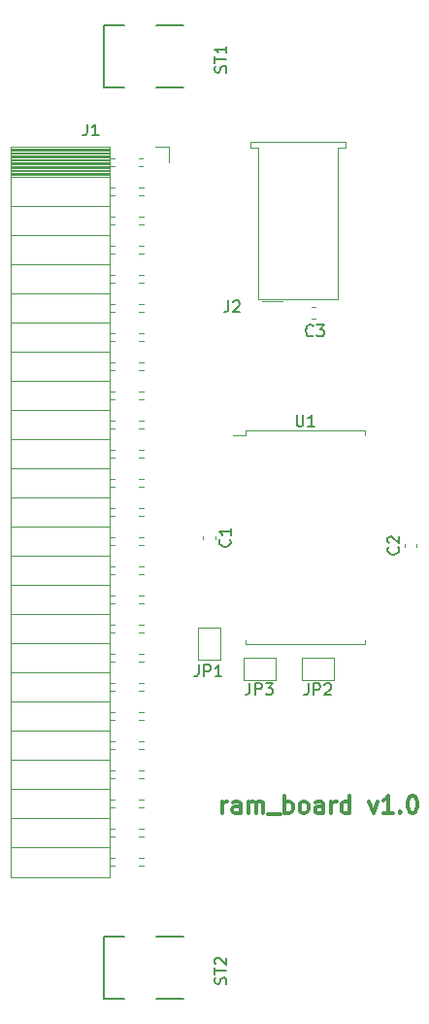
<source format=gbr>
%TF.GenerationSoftware,KiCad,Pcbnew,6.0.1+dfsg-1*%
%TF.CreationDate,2022-03-06T17:25:59+02:00*%
%TF.ProjectId,ram_board,72616d5f-626f-4617-9264-2e6b69636164,rev?*%
%TF.SameCoordinates,Original*%
%TF.FileFunction,Legend,Top*%
%TF.FilePolarity,Positive*%
%FSLAX46Y46*%
G04 Gerber Fmt 4.6, Leading zero omitted, Abs format (unit mm)*
G04 Created by KiCad (PCBNEW 6.0.1+dfsg-1) date 2022-03-06 17:25:59*
%MOMM*%
%LPD*%
G01*
G04 APERTURE LIST*
%ADD10C,0.300000*%
%ADD11C,0.150000*%
%ADD12C,0.120000*%
G04 APERTURE END LIST*
D10*
X55255714Y-83968571D02*
X55255714Y-82968571D01*
X55255714Y-83254285D02*
X55327142Y-83111428D01*
X55398571Y-83040000D01*
X55541428Y-82968571D01*
X55684285Y-82968571D01*
X56827142Y-83968571D02*
X56827142Y-83182857D01*
X56755714Y-83040000D01*
X56612857Y-82968571D01*
X56327142Y-82968571D01*
X56184285Y-83040000D01*
X56827142Y-83897142D02*
X56684285Y-83968571D01*
X56327142Y-83968571D01*
X56184285Y-83897142D01*
X56112857Y-83754285D01*
X56112857Y-83611428D01*
X56184285Y-83468571D01*
X56327142Y-83397142D01*
X56684285Y-83397142D01*
X56827142Y-83325714D01*
X57541428Y-83968571D02*
X57541428Y-82968571D01*
X57541428Y-83111428D02*
X57612857Y-83040000D01*
X57755714Y-82968571D01*
X57970000Y-82968571D01*
X58112857Y-83040000D01*
X58184285Y-83182857D01*
X58184285Y-83968571D01*
X58184285Y-83182857D02*
X58255714Y-83040000D01*
X58398571Y-82968571D01*
X58612857Y-82968571D01*
X58755714Y-83040000D01*
X58827142Y-83182857D01*
X58827142Y-83968571D01*
X59184285Y-84111428D02*
X60327142Y-84111428D01*
X60684285Y-83968571D02*
X60684285Y-82468571D01*
X60684285Y-83040000D02*
X60827142Y-82968571D01*
X61112857Y-82968571D01*
X61255714Y-83040000D01*
X61327142Y-83111428D01*
X61398571Y-83254285D01*
X61398571Y-83682857D01*
X61327142Y-83825714D01*
X61255714Y-83897142D01*
X61112857Y-83968571D01*
X60827142Y-83968571D01*
X60684285Y-83897142D01*
X62255714Y-83968571D02*
X62112857Y-83897142D01*
X62041428Y-83825714D01*
X61970000Y-83682857D01*
X61970000Y-83254285D01*
X62041428Y-83111428D01*
X62112857Y-83040000D01*
X62255714Y-82968571D01*
X62470000Y-82968571D01*
X62612857Y-83040000D01*
X62684285Y-83111428D01*
X62755714Y-83254285D01*
X62755714Y-83682857D01*
X62684285Y-83825714D01*
X62612857Y-83897142D01*
X62470000Y-83968571D01*
X62255714Y-83968571D01*
X64041428Y-83968571D02*
X64041428Y-83182857D01*
X63970000Y-83040000D01*
X63827142Y-82968571D01*
X63541428Y-82968571D01*
X63398571Y-83040000D01*
X64041428Y-83897142D02*
X63898571Y-83968571D01*
X63541428Y-83968571D01*
X63398571Y-83897142D01*
X63327142Y-83754285D01*
X63327142Y-83611428D01*
X63398571Y-83468571D01*
X63541428Y-83397142D01*
X63898571Y-83397142D01*
X64041428Y-83325714D01*
X64755714Y-83968571D02*
X64755714Y-82968571D01*
X64755714Y-83254285D02*
X64827142Y-83111428D01*
X64898571Y-83040000D01*
X65041428Y-82968571D01*
X65184285Y-82968571D01*
X66327142Y-83968571D02*
X66327142Y-82468571D01*
X66327142Y-83897142D02*
X66184285Y-83968571D01*
X65898571Y-83968571D01*
X65755714Y-83897142D01*
X65684285Y-83825714D01*
X65612857Y-83682857D01*
X65612857Y-83254285D01*
X65684285Y-83111428D01*
X65755714Y-83040000D01*
X65898571Y-82968571D01*
X66184285Y-82968571D01*
X66327142Y-83040000D01*
X68041428Y-82968571D02*
X68398571Y-83968571D01*
X68755714Y-82968571D01*
X70112857Y-83968571D02*
X69255714Y-83968571D01*
X69684285Y-83968571D02*
X69684285Y-82468571D01*
X69541428Y-82682857D01*
X69398571Y-82825714D01*
X69255714Y-82897142D01*
X70755714Y-83825714D02*
X70827142Y-83897142D01*
X70755714Y-83968571D01*
X70684285Y-83897142D01*
X70755714Y-83825714D01*
X70755714Y-83968571D01*
X71755714Y-82468571D02*
X71898571Y-82468571D01*
X72041428Y-82540000D01*
X72112857Y-82611428D01*
X72184285Y-82754285D01*
X72255714Y-83040000D01*
X72255714Y-83397142D01*
X72184285Y-83682857D01*
X72112857Y-83825714D01*
X72041428Y-83897142D01*
X71898571Y-83968571D01*
X71755714Y-83968571D01*
X71612857Y-83897142D01*
X71541428Y-83825714D01*
X71470000Y-83682857D01*
X71398571Y-83397142D01*
X71398571Y-83040000D01*
X71470000Y-82754285D01*
X71541428Y-82611428D01*
X71612857Y-82540000D01*
X71755714Y-82468571D01*
D11*
%TO.C,U1*%
X61718095Y-49272380D02*
X61718095Y-50081904D01*
X61765714Y-50177142D01*
X61813333Y-50224761D01*
X61908571Y-50272380D01*
X62099047Y-50272380D01*
X62194285Y-50224761D01*
X62241904Y-50177142D01*
X62289523Y-50081904D01*
X62289523Y-49272380D01*
X63289523Y-50272380D02*
X62718095Y-50272380D01*
X63003809Y-50272380D02*
X63003809Y-49272380D01*
X62908571Y-49415238D01*
X62813333Y-49510476D01*
X62718095Y-49558095D01*
%TO.C,C3*%
X63153333Y-42347142D02*
X63105714Y-42394761D01*
X62962857Y-42442380D01*
X62867619Y-42442380D01*
X62724761Y-42394761D01*
X62629523Y-42299523D01*
X62581904Y-42204285D01*
X62534285Y-42013809D01*
X62534285Y-41870952D01*
X62581904Y-41680476D01*
X62629523Y-41585238D01*
X62724761Y-41490000D01*
X62867619Y-41442380D01*
X62962857Y-41442380D01*
X63105714Y-41490000D01*
X63153333Y-41537619D01*
X63486666Y-41442380D02*
X64105714Y-41442380D01*
X63772380Y-41823333D01*
X63915238Y-41823333D01*
X64010476Y-41870952D01*
X64058095Y-41918571D01*
X64105714Y-42013809D01*
X64105714Y-42251904D01*
X64058095Y-42347142D01*
X64010476Y-42394761D01*
X63915238Y-42442380D01*
X63629523Y-42442380D01*
X63534285Y-42394761D01*
X63486666Y-42347142D01*
%TO.C,C2*%
X70567142Y-60806666D02*
X70614761Y-60854285D01*
X70662380Y-60997142D01*
X70662380Y-61092380D01*
X70614761Y-61235238D01*
X70519523Y-61330476D01*
X70424285Y-61378095D01*
X70233809Y-61425714D01*
X70090952Y-61425714D01*
X69900476Y-61378095D01*
X69805238Y-61330476D01*
X69710000Y-61235238D01*
X69662380Y-61092380D01*
X69662380Y-60997142D01*
X69710000Y-60854285D01*
X69757619Y-60806666D01*
X69757619Y-60425714D02*
X69710000Y-60378095D01*
X69662380Y-60282857D01*
X69662380Y-60044761D01*
X69710000Y-59949523D01*
X69757619Y-59901904D01*
X69852857Y-59854285D01*
X69948095Y-59854285D01*
X70090952Y-59901904D01*
X70662380Y-60473333D01*
X70662380Y-59854285D01*
%TO.C,J2*%
X55746666Y-39322380D02*
X55746666Y-40036666D01*
X55699047Y-40179523D01*
X55603809Y-40274761D01*
X55460952Y-40322380D01*
X55365714Y-40322380D01*
X56175238Y-39417619D02*
X56222857Y-39370000D01*
X56318095Y-39322380D01*
X56556190Y-39322380D01*
X56651428Y-39370000D01*
X56699047Y-39417619D01*
X56746666Y-39512857D01*
X56746666Y-39608095D01*
X56699047Y-39750952D01*
X56127619Y-40322380D01*
X56746666Y-40322380D01*
%TO.C,ST2*%
X55530241Y-98864797D02*
X55577860Y-98721940D01*
X55577860Y-98483844D01*
X55530241Y-98388606D01*
X55482622Y-98340987D01*
X55387384Y-98293368D01*
X55292146Y-98293368D01*
X55196908Y-98340987D01*
X55149289Y-98388606D01*
X55101670Y-98483844D01*
X55054051Y-98674320D01*
X55006432Y-98769559D01*
X54958813Y-98817178D01*
X54863575Y-98864797D01*
X54768337Y-98864797D01*
X54673099Y-98817178D01*
X54625480Y-98769559D01*
X54577860Y-98674320D01*
X54577860Y-98436225D01*
X54625480Y-98293368D01*
X54577860Y-98007654D02*
X54577860Y-97436225D01*
X55577860Y-97721940D02*
X54577860Y-97721940D01*
X54673099Y-97150511D02*
X54625480Y-97102892D01*
X54577860Y-97007654D01*
X54577860Y-96769559D01*
X54625480Y-96674320D01*
X54673099Y-96626701D01*
X54768337Y-96579082D01*
X54863575Y-96579082D01*
X55006432Y-96626701D01*
X55577860Y-97198130D01*
X55577860Y-96579082D01*
%TO.C,JP1*%
X53186666Y-71062380D02*
X53186666Y-71776666D01*
X53139047Y-71919523D01*
X53043809Y-72014761D01*
X52900952Y-72062380D01*
X52805714Y-72062380D01*
X53662857Y-72062380D02*
X53662857Y-71062380D01*
X54043809Y-71062380D01*
X54139047Y-71110000D01*
X54186666Y-71157619D01*
X54234285Y-71252857D01*
X54234285Y-71395714D01*
X54186666Y-71490952D01*
X54139047Y-71538571D01*
X54043809Y-71586190D01*
X53662857Y-71586190D01*
X55186666Y-72062380D02*
X54615238Y-72062380D01*
X54900952Y-72062380D02*
X54900952Y-71062380D01*
X54805714Y-71205238D01*
X54710476Y-71300476D01*
X54615238Y-71348095D01*
%TO.C,JP3*%
X57626666Y-72662380D02*
X57626666Y-73376666D01*
X57579047Y-73519523D01*
X57483809Y-73614761D01*
X57340952Y-73662380D01*
X57245714Y-73662380D01*
X58102857Y-73662380D02*
X58102857Y-72662380D01*
X58483809Y-72662380D01*
X58579047Y-72710000D01*
X58626666Y-72757619D01*
X58674285Y-72852857D01*
X58674285Y-72995714D01*
X58626666Y-73090952D01*
X58579047Y-73138571D01*
X58483809Y-73186190D01*
X58102857Y-73186190D01*
X59007619Y-72662380D02*
X59626666Y-72662380D01*
X59293333Y-73043333D01*
X59436190Y-73043333D01*
X59531428Y-73090952D01*
X59579047Y-73138571D01*
X59626666Y-73233809D01*
X59626666Y-73471904D01*
X59579047Y-73567142D01*
X59531428Y-73614761D01*
X59436190Y-73662380D01*
X59150476Y-73662380D01*
X59055238Y-73614761D01*
X59007619Y-73567142D01*
%TO.C,J1*%
X43442456Y-23931090D02*
X43442456Y-24645376D01*
X43394837Y-24788233D01*
X43299599Y-24883471D01*
X43156742Y-24931090D01*
X43061504Y-24931090D01*
X44442456Y-24931090D02*
X43871028Y-24931090D01*
X44156742Y-24931090D02*
X44156742Y-23931090D01*
X44061504Y-24073948D01*
X43966266Y-24169186D01*
X43871028Y-24216805D01*
%TO.C,JP2*%
X62726666Y-72682380D02*
X62726666Y-73396666D01*
X62679047Y-73539523D01*
X62583809Y-73634761D01*
X62440952Y-73682380D01*
X62345714Y-73682380D01*
X63202857Y-73682380D02*
X63202857Y-72682380D01*
X63583809Y-72682380D01*
X63679047Y-72730000D01*
X63726666Y-72777619D01*
X63774285Y-72872857D01*
X63774285Y-73015714D01*
X63726666Y-73110952D01*
X63679047Y-73158571D01*
X63583809Y-73206190D01*
X63202857Y-73206190D01*
X64155238Y-72777619D02*
X64202857Y-72730000D01*
X64298095Y-72682380D01*
X64536190Y-72682380D01*
X64631428Y-72730000D01*
X64679047Y-72777619D01*
X64726666Y-72872857D01*
X64726666Y-72968095D01*
X64679047Y-73110952D01*
X64107619Y-73682380D01*
X64726666Y-73682380D01*
%TO.C,ST1*%
X55530241Y-19444797D02*
X55577860Y-19301940D01*
X55577860Y-19063844D01*
X55530241Y-18968606D01*
X55482622Y-18920987D01*
X55387384Y-18873368D01*
X55292146Y-18873368D01*
X55196908Y-18920987D01*
X55149289Y-18968606D01*
X55101670Y-19063844D01*
X55054051Y-19254320D01*
X55006432Y-19349559D01*
X54958813Y-19397178D01*
X54863575Y-19444797D01*
X54768337Y-19444797D01*
X54673099Y-19397178D01*
X54625480Y-19349559D01*
X54577860Y-19254320D01*
X54577860Y-19016225D01*
X54625480Y-18873368D01*
X54577860Y-18587654D02*
X54577860Y-18016225D01*
X55577860Y-18301940D02*
X54577860Y-18301940D01*
X55577860Y-17159082D02*
X55577860Y-17730511D01*
X55577860Y-17444797D02*
X54577860Y-17444797D01*
X54720718Y-17540035D01*
X54815956Y-17635273D01*
X54863575Y-17730511D01*
%TO.C,C1*%
X55877142Y-60136666D02*
X55924761Y-60184285D01*
X55972380Y-60327142D01*
X55972380Y-60422380D01*
X55924761Y-60565238D01*
X55829523Y-60660476D01*
X55734285Y-60708095D01*
X55543809Y-60755714D01*
X55400952Y-60755714D01*
X55210476Y-60708095D01*
X55115238Y-60660476D01*
X55020000Y-60565238D01*
X54972380Y-60422380D01*
X54972380Y-60327142D01*
X55020000Y-60184285D01*
X55067619Y-60136666D01*
X55972380Y-59184285D02*
X55972380Y-59755714D01*
X55972380Y-59470000D02*
X54972380Y-59470000D01*
X55115238Y-59565238D01*
X55210476Y-59660476D01*
X55258095Y-59755714D01*
D12*
%TO.C,U1*%
X57290000Y-51045000D02*
X56130000Y-51045000D01*
X57290000Y-50665000D02*
X57290000Y-51045000D01*
X62480000Y-50665000D02*
X67670000Y-50665000D01*
X62480000Y-69295000D02*
X67670000Y-69295000D01*
X62480000Y-69295000D02*
X57290000Y-69295000D01*
X67670000Y-69295000D02*
X67670000Y-68915000D01*
X62480000Y-50665000D02*
X57290000Y-50665000D01*
X67670000Y-50665000D02*
X67670000Y-51045000D01*
X57290000Y-69295000D02*
X57290000Y-68915000D01*
%TO.C,C3*%
X63063733Y-39870000D02*
X63356267Y-39870000D01*
X63063733Y-40890000D02*
X63356267Y-40890000D01*
%TO.C,C2*%
X71130000Y-60786267D02*
X71130000Y-60493733D01*
X72150000Y-60786267D02*
X72150000Y-60493733D01*
%TO.C,J2*%
X57680000Y-26000000D02*
X58330000Y-26000000D01*
X60480000Y-39380000D02*
X58680000Y-39380000D01*
X65330000Y-26000000D02*
X65330000Y-39160000D01*
X65980000Y-26000000D02*
X65980000Y-25480000D01*
X65330000Y-39160000D02*
X58330000Y-39160000D01*
X58330000Y-39160000D02*
X58330000Y-26000000D01*
X65330000Y-26000000D02*
X65980000Y-26000000D01*
X65980000Y-25480000D02*
X57680000Y-25480000D01*
X57680000Y-25480000D02*
X57680000Y-26000000D01*
D11*
%TO.C,ST2*%
X44930000Y-94720000D02*
X44930000Y-100160000D01*
X44930000Y-100160000D02*
X46710000Y-100160000D01*
X51830000Y-100160000D02*
X49490000Y-100160000D01*
X51830000Y-94720000D02*
X49490000Y-94720000D01*
X46710000Y-94720000D02*
X44930000Y-94720000D01*
D12*
%TO.C,JP1*%
X53090000Y-70630000D02*
X53090000Y-67830000D01*
X53090000Y-67830000D02*
X55090000Y-67830000D01*
X55090000Y-67830000D02*
X55090000Y-70630000D01*
X55090000Y-70630000D02*
X53090000Y-70630000D01*
%TO.C,JP3*%
X57060000Y-70410000D02*
X59860000Y-70410000D01*
X59860000Y-72410000D02*
X57060000Y-72410000D01*
X59860000Y-70410000D02*
X59860000Y-72410000D01*
X57060000Y-72410000D02*
X57060000Y-70410000D01*
%TO.C,J1*%
X36795790Y-26629185D02*
X45425790Y-26629185D01*
X36795790Y-27219660D02*
X45425790Y-27219660D01*
X45425790Y-25918710D02*
X45425790Y-89538710D01*
X45425790Y-77688710D02*
X45835790Y-77688710D01*
X45425790Y-87848710D02*
X45835790Y-87848710D01*
X45425790Y-42128710D02*
X45835790Y-42128710D01*
X45425790Y-85308710D02*
X45835790Y-85308710D01*
X45425790Y-64988710D02*
X45835790Y-64988710D01*
X47935790Y-82768710D02*
X48375790Y-82768710D01*
X47935790Y-58088710D02*
X48375790Y-58088710D01*
X36795790Y-61538710D02*
X45425790Y-61538710D01*
X47935790Y-83488710D02*
X48375790Y-83488710D01*
X45425790Y-75148710D02*
X45835790Y-75148710D01*
X47935790Y-62448710D02*
X48375790Y-62448710D01*
X47935790Y-39588710D02*
X48375790Y-39588710D01*
X47935790Y-52288710D02*
X48375790Y-52288710D01*
X47935790Y-49748710D02*
X48375790Y-49748710D01*
X36795790Y-28400610D02*
X45425790Y-28400610D01*
X45425790Y-44668710D02*
X45835790Y-44668710D01*
X45425790Y-72608710D02*
X45835790Y-72608710D01*
X47935790Y-70788710D02*
X48375790Y-70788710D01*
X36795790Y-86938710D02*
X45425790Y-86938710D01*
X47935790Y-87848710D02*
X48375790Y-87848710D01*
X36795790Y-27692040D02*
X45425790Y-27692040D01*
X47935790Y-75148710D02*
X48375790Y-75148710D01*
X45425790Y-49748710D02*
X45835790Y-49748710D01*
X36795790Y-26747280D02*
X45425790Y-26747280D01*
X47935790Y-31968710D02*
X48375790Y-31968710D01*
X47935790Y-57368710D02*
X48375790Y-57368710D01*
X47935790Y-32688710D02*
X48375790Y-32688710D01*
X36795790Y-56458710D02*
X45425790Y-56458710D01*
X45425790Y-70068710D02*
X45835790Y-70068710D01*
X47935790Y-72608710D02*
X48375790Y-72608710D01*
X47935790Y-42128710D02*
X48375790Y-42128710D01*
X36795790Y-27337755D02*
X45425790Y-27337755D01*
X45425790Y-60628710D02*
X45835790Y-60628710D01*
X47935790Y-29428710D02*
X48375790Y-29428710D01*
X45425790Y-65708710D02*
X45835790Y-65708710D01*
X36795790Y-51378710D02*
X45425790Y-51378710D01*
X47935790Y-40308710D02*
X48375790Y-40308710D01*
X47935790Y-47928710D02*
X48375790Y-47928710D01*
X45425790Y-39588710D02*
X45835790Y-39588710D01*
X36795790Y-46298710D02*
X45425790Y-46298710D01*
X36795790Y-26865375D02*
X45425790Y-26865375D01*
X36795790Y-26038710D02*
X45425790Y-26038710D01*
X36795790Y-33598710D02*
X45425790Y-33598710D01*
X36795790Y-81858710D02*
X45425790Y-81858710D01*
X36795790Y-74238710D02*
X45425790Y-74238710D01*
X45425790Y-52288710D02*
X45835790Y-52288710D01*
X45425790Y-31968710D02*
X45835790Y-31968710D01*
X47935790Y-26888710D02*
X48315790Y-26888710D01*
X47935790Y-34508710D02*
X48375790Y-34508710D01*
X47935790Y-35228710D02*
X48375790Y-35228710D01*
X47935790Y-86028710D02*
X48375790Y-86028710D01*
X47935790Y-64988710D02*
X48375790Y-64988710D01*
X45425790Y-68248710D02*
X45835790Y-68248710D01*
X47935790Y-42848710D02*
X48375790Y-42848710D01*
X47935790Y-68248710D02*
X48375790Y-68248710D01*
X36795790Y-28282515D02*
X45425790Y-28282515D01*
X50535790Y-25918710D02*
X50535790Y-27248710D01*
X36795790Y-71698710D02*
X45425790Y-71698710D01*
X36795790Y-66618710D02*
X45425790Y-66618710D01*
X45425790Y-27608710D02*
X45835790Y-27608710D01*
X45425790Y-35228710D02*
X45835790Y-35228710D01*
X36795790Y-25918710D02*
X36795790Y-89538710D01*
X45425790Y-62448710D02*
X45835790Y-62448710D01*
X45425790Y-86028710D02*
X45835790Y-86028710D01*
X45425790Y-82768710D02*
X45835790Y-82768710D01*
X47935790Y-53008710D02*
X48375790Y-53008710D01*
X45425790Y-67528710D02*
X45835790Y-67528710D01*
X47935790Y-63168710D02*
X48375790Y-63168710D01*
X36795790Y-48838710D02*
X45425790Y-48838710D01*
X47935790Y-77688710D02*
X48375790Y-77688710D01*
X45425790Y-57368710D02*
X45835790Y-57368710D01*
X36795790Y-53918710D02*
X45425790Y-53918710D01*
X36795790Y-76778710D02*
X45425790Y-76778710D01*
X45425790Y-32688710D02*
X45835790Y-32688710D01*
X45425790Y-47928710D02*
X45835790Y-47928710D01*
X45425790Y-70788710D02*
X45835790Y-70788710D01*
X36795790Y-41218710D02*
X45425790Y-41218710D01*
X47935790Y-80948710D02*
X48375790Y-80948710D01*
X45425790Y-75868710D02*
X45835790Y-75868710D01*
X45425790Y-37768710D02*
X45835790Y-37768710D01*
X47935790Y-67528710D02*
X48375790Y-67528710D01*
X45425790Y-45388710D02*
X45835790Y-45388710D01*
X47935790Y-80228710D02*
X48375790Y-80228710D01*
X47935790Y-27608710D02*
X48315790Y-27608710D01*
X45425790Y-78408710D02*
X45835790Y-78408710D01*
X36795790Y-38678710D02*
X45425790Y-38678710D01*
X36795790Y-89538710D02*
X45425790Y-89538710D01*
X36795790Y-28046325D02*
X45425790Y-28046325D01*
X45425790Y-58088710D02*
X45835790Y-58088710D01*
X47935790Y-59908710D02*
X48375790Y-59908710D01*
X47935790Y-70068710D02*
X48375790Y-70068710D01*
X47935790Y-73328710D02*
X48375790Y-73328710D01*
X45425790Y-26888710D02*
X45835790Y-26888710D01*
X36795790Y-27573945D02*
X45425790Y-27573945D01*
X36795790Y-69158710D02*
X45425790Y-69158710D01*
X36795790Y-31058710D02*
X45425790Y-31058710D01*
X47935790Y-75868710D02*
X48375790Y-75868710D01*
X45425790Y-80228710D02*
X45835790Y-80228710D01*
X45425790Y-50468710D02*
X45835790Y-50468710D01*
X36795790Y-28518710D02*
X45425790Y-28518710D01*
X45425790Y-40308710D02*
X45835790Y-40308710D01*
X47935790Y-37048710D02*
X48375790Y-37048710D01*
X45425790Y-55548710D02*
X45835790Y-55548710D01*
X47935790Y-37768710D02*
X48375790Y-37768710D01*
X36795790Y-43758710D02*
X45425790Y-43758710D01*
X47935790Y-44668710D02*
X48375790Y-44668710D01*
X36795790Y-27101565D02*
X45425790Y-27101565D01*
X36795790Y-36138710D02*
X45425790Y-36138710D01*
X45425790Y-47208710D02*
X45835790Y-47208710D01*
X36795790Y-25918710D02*
X45425790Y-25918710D01*
X45425790Y-37048710D02*
X45835790Y-37048710D01*
X47935790Y-45388710D02*
X48375790Y-45388710D01*
X36795790Y-79318710D02*
X45425790Y-79318710D01*
X45425790Y-53008710D02*
X45835790Y-53008710D01*
X36795790Y-58998710D02*
X45425790Y-58998710D01*
X45425790Y-29428710D02*
X45835790Y-29428710D01*
X45425790Y-30148710D02*
X45835790Y-30148710D01*
X36795790Y-84398710D02*
X45425790Y-84398710D01*
X45425790Y-83488710D02*
X45835790Y-83488710D01*
X47935790Y-60628710D02*
X48375790Y-60628710D01*
X45425790Y-42848710D02*
X45835790Y-42848710D01*
X45425790Y-54828710D02*
X45835790Y-54828710D01*
X45425790Y-34508710D02*
X45835790Y-34508710D01*
X47935790Y-30148710D02*
X48375790Y-30148710D01*
X47935790Y-88568710D02*
X48375790Y-88568710D01*
X36795790Y-64078710D02*
X45425790Y-64078710D01*
X45425790Y-88568710D02*
X45835790Y-88568710D01*
X36795790Y-26156805D02*
X45425790Y-26156805D01*
X47935790Y-55548710D02*
X48375790Y-55548710D01*
X36795790Y-27810135D02*
X45425790Y-27810135D01*
X47935790Y-47208710D02*
X48375790Y-47208710D01*
X47935790Y-54828710D02*
X48375790Y-54828710D01*
X36795790Y-26274900D02*
X45425790Y-26274900D01*
X36795790Y-27455850D02*
X45425790Y-27455850D01*
X47935790Y-85308710D02*
X48375790Y-85308710D01*
X49425790Y-25918710D02*
X50535790Y-25918710D01*
X36795790Y-26392995D02*
X45425790Y-26392995D01*
X47935790Y-65708710D02*
X48375790Y-65708710D01*
X45425790Y-80948710D02*
X45835790Y-80948710D01*
X36795790Y-28164420D02*
X45425790Y-28164420D01*
X47935790Y-78408710D02*
X48375790Y-78408710D01*
X36795790Y-26983470D02*
X45425790Y-26983470D01*
X47935790Y-50468710D02*
X48375790Y-50468710D01*
X45425790Y-63168710D02*
X45835790Y-63168710D01*
X45425790Y-73328710D02*
X45835790Y-73328710D01*
X36795790Y-27928230D02*
X45425790Y-27928230D01*
X45425790Y-59908710D02*
X45835790Y-59908710D01*
X36795790Y-26511090D02*
X45425790Y-26511090D01*
%TO.C,JP2*%
X64960000Y-72430000D02*
X62160000Y-72430000D01*
X62160000Y-70430000D02*
X64960000Y-70430000D01*
X62160000Y-72430000D02*
X62160000Y-70430000D01*
X64960000Y-70430000D02*
X64960000Y-72430000D01*
D11*
%TO.C,ST1*%
X44930000Y-15300000D02*
X44930000Y-20740000D01*
X44930000Y-20740000D02*
X46710000Y-20740000D01*
X51830000Y-20740000D02*
X49490000Y-20740000D01*
X51830000Y-15300000D02*
X49490000Y-15300000D01*
X46710000Y-15300000D02*
X44930000Y-15300000D01*
D12*
%TO.C,C1*%
X53580000Y-59823733D02*
X53580000Y-60116267D01*
X54600000Y-59823733D02*
X54600000Y-60116267D01*
%TD*%
M02*

</source>
